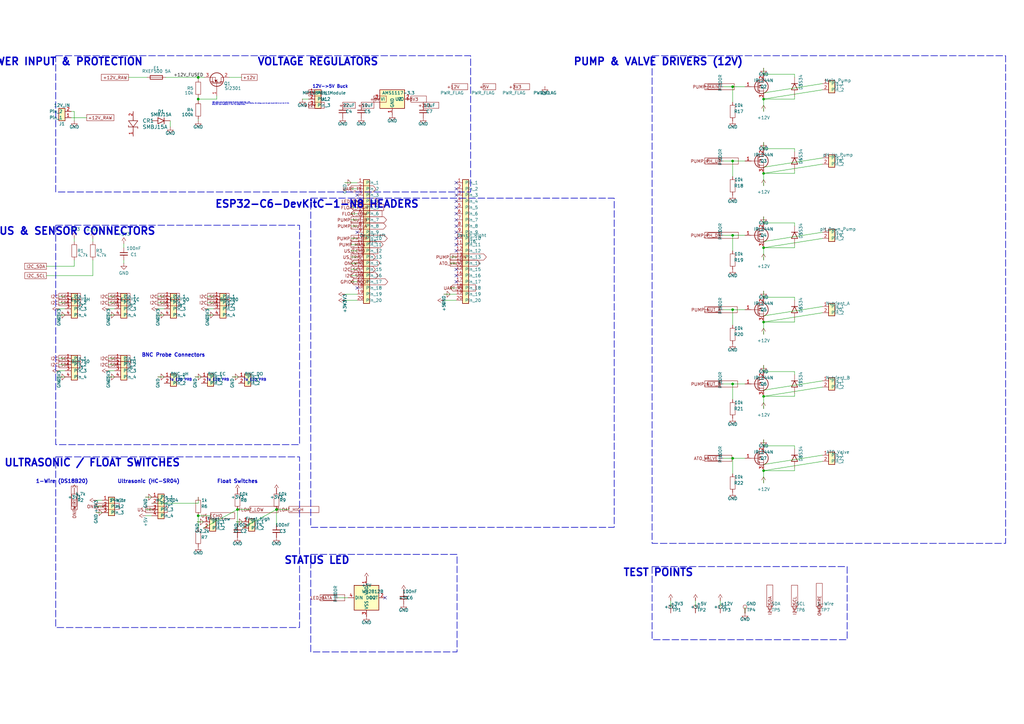
<source format=kicad_sch>
(kicad_sch (version 20250114) (generator "eeschema") (generator_version "9.0")
  (paper "A3")
  (rectangle (start 22.86 22.86) (end 193.04 78.74) (stroke (width 0.254) (type dash)))
  (rectangle (start 127.46 81.28) (end 251.92 216.28) (stroke (width 0.254) (type dash)))
  (rectangle (start 22.86 92.38) (end 122.86 182.38) (stroke (width 0.254) (type dash)))
  (rectangle (start 22.86 187.38) (end 122.86 257.38) (stroke (width 0.254) (type dash)))
  (rectangle (start 267.46 22.86) (end 412.46 222.86) (stroke (width 0.254) (type dash)))
  (rectangle (start 127.46 227.38) (end 187.46 267.38) (stroke (width 0.254) (type dash)))
  (rectangle (start 267.46 232.38) (end 347.46 262.38) (stroke (width 0.254) (type dash)))
  (text "POWER INPUT & PROTECTION" (at 25.4 25.4 0) (effects (font (size 3 3) (bold yes))))
  (text "VOLTAGE REGULATORS" (at 130.4 25.4 0) (effects (font (size 3 3) (bold yes))))
  (text "12V->5V Buck" (at 135.48 35.56 0) (effects (font (size 1.27 1.27) (bold yes))))
  (text "ESP32-C6-DevKitC-1-N8 HEADERS" (at 130 83.82 0) (effects (font (size 3 3) (bold yes))))
  (text "I2C BUS & SENSOR CONNECTORS" (at 25.4 94.92 0) (effects (font (size 3 3) (bold yes))))
  (text "BNC Probe Connectors" (at 71.12 145.72 0) (effects (font (size 1.5 1.5) (bold yes))))
  (text "To EZO PRB" (at 74.12 155.88 0) (effects (font (size 1 1) (bold yes))))
  (text "To EZO PRB" (at 89.36 155.88 0) (effects (font (size 1 1) (bold yes))))
  (text "To EZO PRB" (at 104.6 155.88 0) (effects (font (size 1 1) (bold yes))))
  (text "1-WIRE / ULTRASONIC / FLOAT SWITCHES" (at 25.4 189.92 0) (effects (font (size 3 3) (bold yes))))
  (text "1-Wire (DS18B20)" (at 25.4 197.54 0) (effects (font (size 1.5 1.5) (bold yes))))
  (text "Ultrasonic (HC-SR04)" (at 60.96 197.54 0) (effects (font (size 1.5 1.5) (bold yes))))
  (text "Float Switches" (at 97.4 197.54 0) (effects (font (size 1.5 1.5) (bold yes))))
  (text "PUMP & VALVE DRIVERS (12V)" (at 270 25.4 0) (effects (font (size 3 3) (bold yes))))
  (text "STATUS LED" (at 130 229.92 0) (effects (font (size 3 3) (bold yes))))
  (text "TEST POINTS" (at 270 234.92 0) (effects (font (size 3 3) (bold yes))))
  (text "100k weakly pulls the gate toward the source voltage (Vgs → 0V).\nThis means the FET defaults to OFF when unpowered or reverse-polarity. 10k strongly pulls the gate toward GND to turn the FET ON.\nBeing 10× lower resistance, it \"wins\" the voltage divider." (at 86.995 42.545 0) (effects (font (size 0.3048 0.3048) (thickness 0.0381)) (justify left)))
  (junction (at 81.28 31.75))
  (junction (at 81.28 211.51))
  (junction (at 97.4 208.97))
  (junction (at 113.4 208.97))
  (junction (at 300.48 35.56))
  (junction (at 313.18 40.64))
  (junction (at 300.48 66.04))
  (junction (at 313.18 71.12))
  (junction (at 300.48 96.52))
  (junction (at 313.18 101.6))
  (junction (at 300.48 127))
  (junction (at 313.18 132.08))
  (junction (at 300.48 157.48))
  (junction (at 313.18 162.56))
  (junction (at 300.48 187.96))
  (junction (at 313.18 193.04))
  (junction (at 81.28 40.64))
  (no_connect (at 146.51 118.11))
  (no_connect (at 146.51 95.25))
  (no_connect (at 146.51 80.01))
  (no_connect (at 187.15 115.57))
  (no_connect (at 187.15 113.03))
  (no_connect (at 187.15 110.49))
  (no_connect (at 187.15 102.87))
  (no_connect (at 187.15 100.33))
  (no_connect (at 187.15 97.79))
  (no_connect (at 187.15 95.25))
  (no_connect (at 187.15 92.71))
  (no_connect (at 187.15 90.17))
  (no_connect (at 187.15 87.63))
  (no_connect (at 187.15 85.09))
  (no_connect (at 187.15 82.55))
  (no_connect (at 187.15 80.01))
  (no_connect (at 187.15 77.47))
  (no_connect (at 187.15 74.93))
  (no_connect (at 157.94 245.16))
  (wire (pts (xy 99.06 31.75) (xy 93.98 31.75)))
  (wire (pts (xy 300.48 66.04) (xy 305.56 66.04)))
  (wire (pts (xy 52.705 31.75) (xy 60.325 31.75)))
  (wire (pts (xy 30.48 45.72) (xy 30.48 49.53)))
  (wire (pts (xy 29.21 48.26) (xy 35.56 48.26)))
  (wire (pts (xy 19.05 109.22) (xy 30.48 109.22)))
  (wire (pts (xy 88.9 39.37) (xy 88.9 40.64)))
  (wire (pts (xy 81.28 40.64) (xy 81.28 40.005)))
  (wire (pts (xy 50.8 106.68) (xy 50.8 107.95)))
  (wire (pts (xy 30.48 99.06) (xy 30.48 97.79)))
  (wire (pts (xy 300.48 127) (xy 305.56 127)))
  (wire (pts (xy 300.48 187.96) (xy 305.56 187.96)))
  (wire (pts (xy 38.1 97.79) (xy 38.1 99.06)))
  (wire (pts (xy 29.21 45.72) (xy 30.48 45.72)))
  (wire (pts (xy 69.85 49.53) (xy 69.85 52.07)))
  (wire (pts (xy 126.59 40.64) (xy 124.05 40.64)))
  (wire (pts (xy 146.51 123.19) (xy 141.43 123.19)))
  (wire (pts (xy 146.51 120.65) (xy 141.43 120.65)))
  (wire (pts (xy 146.51 115.57) (xy 143.97 115.57)))
  (wire (pts (xy 146.51 113.03) (xy 143.97 113.03)))
  (wire (pts (xy 146.51 110.49) (xy 143.97 110.49)))
  (wire (pts (xy 146.51 107.95) (xy 143.97 107.95)))
  (wire (pts (xy 146.51 105.41) (xy 143.97 105.41)))
  (wire (pts (xy 146.51 102.87) (xy 143.97 102.87)))
  (wire (pts (xy 146.51 100.33) (xy 143.97 100.33)))
  (wire (pts (xy 146.51 97.79) (xy 143.97 97.79)))
  (wire (pts (xy 146.51 92.71) (xy 143.97 92.71)))
  (wire (pts (xy 146.51 90.17) (xy 143.97 90.17)))
  (wire (pts (xy 146.51 87.63) (xy 143.97 87.63)))
  (wire (pts (xy 146.51 85.09) (xy 143.97 85.09)))
  (wire (pts (xy 146.51 82.55) (xy 143.97 82.55)))
  (wire (pts (xy 146.51 77.47) (xy 143.97 77.47)))
  (wire (pts (xy 146.51 74.93) (xy 141.43 74.93)))
  (wire (pts (xy 187.15 123.19) (xy 182.07 123.19)))
  (wire (pts (xy 187.15 120.65) (xy 182.07 120.65)))
  (wire (pts (xy 187.15 118.11) (xy 184.61 118.11)))
  (wire (pts (xy 187.15 107.95) (xy 184.61 107.95)))
  (wire (pts (xy 187.15 105.41) (xy 184.61 105.41)))
  (wire (pts (xy 26.67 129.21) (xy 24.13 129.21)))
  (wire (pts (xy 26.67 126.67) (xy 24.13 126.67)))
  (wire (pts (xy 26.67 124.13) (xy 24.13 124.13)))
  (wire (pts (xy 26.67 121.59) (xy 24.13 121.59)))
  (wire (pts (xy 46.99 129.21) (xy 44.45 129.21)))
  (wire (pts (xy 46.99 126.67) (xy 44.45 126.67)))
  (wire (pts (xy 46.99 124.13) (xy 44.45 124.13)))
  (wire (pts (xy 46.99 121.59) (xy 44.45 121.59)))
  (wire (pts (xy 67.31 129.21) (xy 64.77 129.21)))
  (wire (pts (xy 67.31 126.67) (xy 64.77 126.67)))
  (wire (pts (xy 67.31 124.13) (xy 64.77 124.13)))
  (wire (pts (xy 67.31 121.59) (xy 64.77 121.59)))
  (wire (pts (xy 87.63 129.21) (xy 85.09 129.21)))
  (wire (pts (xy 87.63 126.67) (xy 85.09 126.67)))
  (wire (pts (xy 87.63 124.13) (xy 85.09 124.13)))
  (wire (pts (xy 87.63 121.59) (xy 85.09 121.59)))
  (wire (pts (xy 26.67 154.61) (xy 24.13 154.61)))
  (wire (pts (xy 26.67 152.07) (xy 24.13 152.07)))
  (wire (pts (xy 26.67 149.53) (xy 24.13 149.53)))
  (wire (pts (xy 26.67 146.99) (xy 24.13 146.99)))
  (wire (pts (xy 46.99 154.61) (xy 44.45 154.61)))
  (wire (pts (xy 46.99 152.07) (xy 44.45 152.07)))
  (wire (pts (xy 46.99 149.53) (xy 44.45 149.53)))
  (wire (pts (xy 46.99 146.99) (xy 44.45 146.99)))
  (wire (pts (xy 67.31 154.61) (xy 64.77 154.61)))
  (wire (pts (xy 82.55 154.61) (xy 80.01 154.61)))
  (wire (pts (xy 97.79 154.61) (xy 95.25 154.61)))
  (wire (pts (xy 41.91 210.24) (xy 39.37 210.24)))
  (wire (pts (xy 41.91 207.7) (xy 39.37 207.7)))
  (wire (pts (xy 41.91 205.16) (xy 39.37 205.16)))
  (wire (pts (xy 62.23 211.51) (xy 59.69 211.51)))
  (wire (pts (xy 62.23 208.97) (xy 59.69 208.97)))
  (wire (pts (xy 62.23 206.43) (xy 81.28 206.43)))
  (wire (pts (xy 81.28 206.43) (xy 81.28 203.89)))
  (wire (pts (xy 81.28 211.51) (xy 81.28 216.59)))
  (wire (pts (xy 81.28 211.51) (xy 86.36 211.51)))
  (wire (pts (xy 62.23 203.89) (xy 59.69 203.89)))
  (wire (pts (xy 97.4 208.97) (xy 102.48 208.97)))
  (wire (pts (xy 97.4 208.97) (xy 97.4 215.32)))
  (wire (pts (xy 83.43 216.59) (xy 97.4 208.97)))
  (wire (pts (xy 83.43 214.05) (xy 80.89 214.05)))
  (wire (pts (xy 113.4 208.97) (xy 118.48 208.97)))
  (wire (pts (xy 113.4 208.97) (xy 113.4 215.32)))
  (wire (pts (xy 99.43 216.59) (xy 113.4 208.97)))
  (wire (pts (xy 99.43 214.05) (xy 96.89 214.05)))
  (wire (pts (xy 296.67 35.56) (xy 300.48 35.56)))
  (wire (pts (xy 300.48 41.91) (xy 300.48 35.56)))
  (wire (pts (xy 313.18 40.64) (xy 325.88 40.64)))
  (wire (pts (xy 325.88 40.64) (xy 325.88 39.37)))
  (wire (pts (xy 325.88 31.75) (xy 325.88 30.48)))
  (wire (pts (xy 313.18 30.48) (xy 325.88 30.48)))
  (wire (pts (xy 313.18 40.64) (xy 313.18 45.72)))
  (wire (pts (xy 313.18 30.48) (xy 313.18 27.94)))
  (wire (pts (xy 337.31 36.83) (xy 313.18 40.64)))
  (wire (pts (xy 337.31 34.29) (xy 313.18 38.1)))
  (wire (pts (xy 296.67 66.04) (xy 300.48 66.04)))
  (wire (pts (xy 300.48 72.39) (xy 300.48 66.04)))
  (wire (pts (xy 313.18 71.12) (xy 325.88 71.12)))
  (wire (pts (xy 325.88 71.12) (xy 325.88 69.85)))
  (wire (pts (xy 325.88 62.23) (xy 325.88 60.96)))
  (wire (pts (xy 313.18 60.96) (xy 325.88 60.96)))
  (wire (pts (xy 313.18 71.12) (xy 313.18 76.2)))
  (wire (pts (xy 313.18 60.96) (xy 313.18 58.42)))
  (wire (pts (xy 337.31 67.31) (xy 313.18 71.12)))
  (wire (pts (xy 337.31 64.77) (xy 313.18 68.58)))
  (wire (pts (xy 296.67 96.52) (xy 300.48 96.52)))
  (wire (pts (xy 300.48 102.87) (xy 300.48 96.52)))
  (wire (pts (xy 313.18 101.6) (xy 325.88 101.6)))
  (wire (pts (xy 325.88 101.6) (xy 325.88 100.33)))
  (wire (pts (xy 325.88 92.71) (xy 325.88 91.44)))
  (wire (pts (xy 313.18 91.44) (xy 325.88 91.44)))
  (wire (pts (xy 313.18 101.6) (xy 313.18 106.68)))
  (wire (pts (xy 313.18 91.44) (xy 313.18 88.9)))
  (wire (pts (xy 337.31 97.79) (xy 313.18 101.6)))
  (wire (pts (xy 337.31 95.25) (xy 313.18 99.06)))
  (wire (pts (xy 296.67 127) (xy 300.48 127)))
  (wire (pts (xy 300.48 133.35) (xy 300.48 127)))
  (wire (pts (xy 313.18 132.08) (xy 325.88 132.08)))
  (wire (pts (xy 325.88 132.08) (xy 325.88 130.81)))
  (wire (pts (xy 325.88 123.19) (xy 325.88 121.92)))
  (wire (pts (xy 313.18 121.92) (xy 325.88 121.92)))
  (wire (pts (xy 313.18 132.08) (xy 313.18 137.16)))
  (wire (pts (xy 313.18 121.92) (xy 313.18 119.38)))
  (wire (pts (xy 337.31 128.27) (xy 313.18 132.08)))
  (wire (pts (xy 337.31 125.73) (xy 313.18 129.54)))
  (wire (pts (xy 296.67 157.48) (xy 300.48 157.48)))
  (wire (pts (xy 300.48 163.83) (xy 300.48 157.48)))
  (wire (pts (xy 313.18 162.56) (xy 325.88 162.56)))
  (wire (pts (xy 325.88 162.56) (xy 325.88 161.29)))
  (wire (pts (xy 325.88 153.67) (xy 325.88 152.4)))
  (wire (pts (xy 313.18 152.4) (xy 325.88 152.4)))
  (wire (pts (xy 313.18 162.56) (xy 313.18 167.64)))
  (wire (pts (xy 313.18 152.4) (xy 313.18 149.86)))
  (wire (pts (xy 337.31 158.75) (xy 313.18 162.56)))
  (wire (pts (xy 337.31 156.21) (xy 313.18 160.02)))
  (wire (pts (xy 296.67 187.96) (xy 300.48 187.96)))
  (wire (pts (xy 300.48 194.31) (xy 300.48 187.96)))
  (wire (pts (xy 313.18 193.04) (xy 325.88 193.04)))
  (wire (pts (xy 325.88 193.04) (xy 325.88 191.77)))
  (wire (pts (xy 325.88 184.15) (xy 325.88 182.88)))
  (wire (pts (xy 313.18 182.88) (xy 325.88 182.88)))
  (wire (pts (xy 313.18 193.04) (xy 313.18 198.12)))
  (wire (pts (xy 313.18 182.88) (xy 313.18 180.34)))
  (wire (pts (xy 337.31 189.23) (xy 313.18 193.04)))
  (wire (pts (xy 337.31 186.69) (xy 313.18 190.5)))
  (wire (pts (xy 138.89 245.16) (xy 142.7 245.16)))
  (wire (pts (xy 275.08 248.89) (xy 275.08 246.35)))
  (wire (pts (xy 285.24 248.89) (xy 285.24 246.35)))
  (wire (pts (xy 295.4 248.89) (xy 295.4 246.35)))
  (wire (pts (xy 305.56 248.89) (xy 305.56 251.43)))
  (wire (pts (xy 81.28 31.75) (xy 81.28 32.385)))
  (wire (pts (xy 19.05 113.03) (xy 38.1 113.03)))
  (wire (pts (xy 300.48 35.56) (xy 305.56 35.56)))
  (wire (pts (xy 38.1 113.03) (xy 38.1 106.68)))
  (wire (pts (xy 81.28 31.75) (xy 83.82 31.75)))
  (wire (pts (xy 81.28 48.895) (xy 81.28 49.53)))
  (wire (pts (xy 30.48 106.68) (xy 30.48 109.22)))
  (wire (pts (xy 67.945 31.75) (xy 81.28 31.75)))
  (wire (pts (xy 300.48 157.48) (xy 305.56 157.48)))
  (wire (pts (xy 81.28 40.64) (xy 81.28 41.275)))
  (wire (pts (xy 88.9 40.64) (xy 81.28 40.64)))
  (wire (pts (xy 300.48 96.52) (xy 305.56 96.52)))
  (wire (pts (xy 50.8 101.6) (xy 50.8 100)))
  (label "+12V_FUSED" (at 71.12 31.75 0))
  (global_label "+12V_RAW" (shape passive) (at 35.56 48.26 0) (property "Intersheetrefs" "${INTERSHEET_REFS}" (effects (hide yes))))
  (global_label "+12V_RAW" (shape passive) (at 52.705 31.75 180) (property "Intersheetrefs" "${INTERSHEET_REFS}" (effects (hide yes))))
  (global_label "+12V" (shape passive) (at 99.06 31.75 0) (property "Intersheetrefs" "${INTERSHEET_REFS}" (effects (hide yes))))
  (global_label "+12V" (shape passive) (at 126.59 43.18 0) (property "Intersheetrefs" "${INTERSHEET_REFS}" (effects (hide yes))))
  (global_label "+5V" (shape passive) (at 126.59 38.1 0) (property "Intersheetrefs" "${INTERSHEET_REFS}" (effects (hide yes))))
  (global_label "+5V" (shape passive) (at 140.56 43.18 0) (property "Intersheetrefs" "${INTERSHEET_REFS}" (effects (hide yes))))
  (global_label "+5V" (shape passive) (at 153.26 40.64 0) (property "Intersheetrefs" "${INTERSHEET_REFS}" (effects (hide yes))))
  (global_label "+3V3" (shape passive) (at 168.5 40.64 0) (property "Intersheetrefs" "${INTERSHEET_REFS}" (effects (hide yes))))
  (global_label "+5V" (shape passive) (at 148.18 43.18 0) (property "Intersheetrefs" "${INTERSHEET_REFS}" (effects (hide yes))))
  (global_label "+3V3" (shape passive) (at 173.58 43.18 0) (property "Intersheetrefs" "${INTERSHEET_REFS}" (effects (hide yes))))
  (global_label "+12V" (shape passive) (at 185.4 35.56 0) (property "Intersheetrefs" "${INTERSHEET_REFS}" (effects (hide yes))))
  (global_label "+5V" (shape passive) (at 198.1 35.56 0) (property "Intersheetrefs" "${INTERSHEET_REFS}" (effects (hide yes))))
  (global_label "+3V3" (shape passive) (at 210.8 35.56 0) (property "Intersheetrefs" "${INTERSHEET_REFS}" (effects (hide yes))))
  (global_label "GPIO0_BOOT" (shape bidirectional) (at 143.97 115.57 0) (property "Intersheetrefs" "${INTERSHEET_REFS}" (effects (hide yes))))
  (global_label "I2C_SDA" (shape bidirectional) (at 143.97 113.03 0) (property "Intersheetrefs" "${INTERSHEET_REFS}" (effects (hide yes))))
  (global_label "I2C_SCL" (shape output) (at 143.97 110.49 0) (property "Intersheetrefs" "${INTERSHEET_REFS}" (effects (hide yes))))
  (global_label "ONEWIRE" (shape bidirectional) (at 143.97 107.95 0) (property "Intersheetrefs" "${INTERSHEET_REFS}" (effects (hide yes))))
  (global_label "US_TRIG" (shape output) (at 143.97 105.41 0) (property "Intersheetrefs" "${INTERSHEET_REFS}" (effects (hide yes))))
  (global_label "US_ECHO" (shape input) (at 143.97 102.87 0) (property "Intersheetrefs" "${INTERSHEET_REFS}" (effects (hide yes))))
  (global_label "PUMP_MAIN" (shape output) (at 143.97 100.33 0) (property "Intersheetrefs" "${INTERSHEET_REFS}" (effects (hide yes))))
  (global_label "PUMP_PH_UP" (shape output) (at 143.97 97.79 0) (property "Intersheetrefs" "${INTERSHEET_REFS}" (effects (hide yes))))
  (global_label "PUMP_NUT_A" (shape output) (at 143.97 92.71 0) (property "Intersheetrefs" "${INTERSHEET_REFS}" (effects (hide yes))))
  (global_label "PUMP_NUT_B" (shape output) (at 143.97 90.17 0) (property "Intersheetrefs" "${INTERSHEET_REFS}" (effects (hide yes))))
  (global_label "FLOAT_LOW" (shape input) (at 143.97 87.63 0) (property "Intersheetrefs" "${INTERSHEET_REFS}" (effects (hide yes))))
  (global_label "FLOAT_HIGH" (shape input) (at 143.97 85.09 0) (property "Intersheetrefs" "${INTERSHEET_REFS}" (effects (hide yes))))
  (global_label "LED_DATA" (shape output) (at 143.97 82.55 0) (property "Intersheetrefs" "${INTERSHEET_REFS}" (effects (hide yes))))
  (global_label "UART_TX" (shape output) (at 143.97 77.47 0) (property "Intersheetrefs" "${INTERSHEET_REFS}" (effects (hide yes))))
  (global_label "UART_RX" (shape input) (at 184.61 118.11 0) (property "Intersheetrefs" "${INTERSHEET_REFS}" (effects (hide yes))))
  (global_label "ATO_VALVE" (shape output) (at 184.61 107.95 0) (property "Intersheetrefs" "${INTERSHEET_REFS}" (effects (hide yes))))
  (global_label "PUMP_PH_DN" (shape output) (at 184.61 105.41 0) (property "Intersheetrefs" "${INTERSHEET_REFS}" (effects (hide yes))))
  (global_label "I2C_SDA" (shape passive) (at 19.05 109.22 180) (property "Intersheetrefs" "${INTERSHEET_REFS}" (effects (hide yes))))
  (global_label "I2C_SCL" (shape passive) (at 19.05 113.03 180) (property "Intersheetrefs" "${INTERSHEET_REFS}" (effects (hide yes))))
  (global_label "I2C_SDA" (shape passive) (at 24.13 124.13 0) (property "Intersheetrefs" "${INTERSHEET_REFS}" (effects (hide yes))))
  (global_label "I2C_SCL" (shape passive) (at 24.13 121.59 0) (property "Intersheetrefs" "${INTERSHEET_REFS}" (effects (hide yes))))
  (global_label "I2C_SDA" (shape passive) (at 44.45 124.13 0) (property "Intersheetrefs" "${INTERSHEET_REFS}" (effects (hide yes))))
  (global_label "I2C_SCL" (shape passive) (at 44.45 121.59 0) (property "Intersheetrefs" "${INTERSHEET_REFS}" (effects (hide yes))))
  (global_label "I2C_SDA" (shape passive) (at 64.77 124.13 0) (property "Intersheetrefs" "${INTERSHEET_REFS}" (effects (hide yes))))
  (global_label "I2C_SCL" (shape passive) (at 64.77 121.59 0) (property "Intersheetrefs" "${INTERSHEET_REFS}" (effects (hide yes))))
  (global_label "I2C_SDA" (shape passive) (at 85.09 124.13 0) (property "Intersheetrefs" "${INTERSHEET_REFS}" (effects (hide yes))))
  (global_label "I2C_SCL" (shape passive) (at 85.09 121.59 0) (property "Intersheetrefs" "${INTERSHEET_REFS}" (effects (hide yes))))
  (global_label "I2C_SDA" (shape passive) (at 24.13 149.53 0) (property "Intersheetrefs" "${INTERSHEET_REFS}" (effects (hide yes))))
  (global_label "I2C_SCL" (shape passive) (at 24.13 146.99 0) (property "Intersheetrefs" "${INTERSHEET_REFS}" (effects (hide yes))))
  (global_label "I2C_SDA" (shape passive) (at 44.45 149.53 0) (property "Intersheetrefs" "${INTERSHEET_REFS}" (effects (hide yes))))
  (global_label "I2C_SCL" (shape passive) (at 44.45 146.99 0) (property "Intersheetrefs" "${INTERSHEET_REFS}" (effects (hide yes))))
  (global_label "ONEWIRE" (shape passive) (at 30.48 208.97 90) (property "Intersheetrefs" "${INTERSHEET_REFS}" (effects (hide yes))))
  (global_label "ONEWIRE" (shape passive) (at 39.37 207.7 0) (property "Intersheetrefs" "${INTERSHEET_REFS}" (effects (hide yes))))
  (global_label "US_TRIG" (shape passive) (at 59.69 208.97 0) (property "Intersheetrefs" "${INTERSHEET_REFS}" (effects (hide yes))))
  (global_label "US_ECHO" (shape passive) (at 86.36 211.51 0) (property "Intersheetrefs" "${INTERSHEET_REFS}" (effects (hide yes))))
  (global_label "FLOAT_LOW" (shape passive) (at 102.48 208.97 0) (property "Intersheetrefs" "${INTERSHEET_REFS}" (effects (hide yes))))
  (global_label "FLOAT_HIGH" (shape passive) (at 118.48 208.97 0) (property "Intersheetrefs" "${INTERSHEET_REFS}" (effects (hide yes))))
  (global_label "PUMP_MAIN" (shape passive) (at 289.05 35.56 0) (property "Intersheetrefs" "${INTERSHEET_REFS}" (effects (hide yes))))
  (global_label "PUMP_PH_UP" (shape passive) (at 289.05 66.04 0) (property "Intersheetrefs" "${INTERSHEET_REFS}" (effects (hide yes))))
  (global_label "PUMP_PH_DN" (shape passive) (at 289.05 96.52 0) (property "Intersheetrefs" "${INTERSHEET_REFS}" (effects (hide yes))))
  (global_label "PUMP_NUT_A" (shape passive) (at 289.05 127 0) (property "Intersheetrefs" "${INTERSHEET_REFS}" (effects (hide yes))))
  (global_label "PUMP_NUT_B" (shape passive) (at 289.05 157.48 0) (property "Intersheetrefs" "${INTERSHEET_REFS}" (effects (hide yes))))
  (global_label "ATO_VALVE" (shape passive) (at 289.05 187.96 0) (property "Intersheetrefs" "${INTERSHEET_REFS}" (effects (hide yes))))
  (global_label "LED_DATA" (shape passive) (at 131.27 245.16 0) (property "Intersheetrefs" "${INTERSHEET_REFS}" (effects (hide yes))))
  (global_label "I2C_SDA" (shape passive) (at 315.72 248.89 90) (property "Intersheetrefs" "${INTERSHEET_REFS}" (effects (hide yes))))
  (global_label "I2C_SCL" (shape passive) (at 325.88 248.89 90) (property "Intersheetrefs" "${INTERSHEET_REFS}" (effects (hide yes))))
  (global_label "ONEWIRE" (shape passive) (at 336.04 248.89 90) (property "Intersheetrefs" "${INTERSHEET_REFS}" (effects (hide yes))))
  (symbol (lib_id "Connector:Conn_01x02_Pin") (at 25.4 46.99 180) (unit 1)
    (property "Reference" "J1" (at 25.4 50.8 0))
    (property "Value" "12V_IN" (at 25.4 43.18 0))
    (property "Footprint" "Connector_Phoenix_MSTB:PhoenixContact_MSTBA_2,5_2-G-5,08_1x02_P5.08mm_Horizontal" (effects (hide yes)))
  )
  (symbol (lib_id "power:GND") (at 30.48 49.53 0) (unit 1)
    (property "Reference" "#PWR01" (effects (hide yes)))
    (property "Value" "GND" (at 30.48 52.07 0))
  )
  (symbol (lib_id "Device:Fuse") (at 64.135 31.75 90) (unit 1)
    (property "Reference" "F1" (at 64.135 27.94 90))
    (property "Value" "RXEF500 5A" (at 64.135 29.21 90))
    (property "Footprint" "Fuse:Fuse_1812_4532Metric" (effects (hide yes)))
  )
  (symbol (lib_id "Device:D_TVS") (at 66.04 49.53 0) (unit 1)
    (property "Reference" "D1" (at 66.04 45.72 0))
    (property "Value" "SMBJ15A" (at 66.04 46.99 0))
    (property "Footprint" "Diode_SMD:D_SMB_Handsoldering" (effects (hide yes)))
  )
  (symbol (lib_id "power:GND") (at 69.85 52.07 0) (unit 1)
    (property "Reference" "#PWR022" (effects (hide yes)))
    (property "Value" "GND" (at 69.85 54.61 0))
  )
  (symbol (lib_id "Device:Q_PMOS_GSD") (at 88.9 34.29 90) (unit 1)
    (property "Reference" "Q1" (at 94.615 34.29 90) (effects (justify left)))
    (property "Value" "SI2301" (at 92.075 36.195 90) (effects (justify right)))
    (property "Footprint" "Package_TO_SOT_SMD:SOT-23" (effects (hide yes)))
  )
  (symbol (lib_id "Device:R") (at 81.28 36.195 0) (unit 1)
    (property "Reference" "R5" (at 79.375 36.195 0) (effects (justify right)))
    (property "Value" "10k" (at 79.375 38.1 0) (effects (justify right)))
    (property "Footprint" "Resistor_SMD:R_0805_2012Metric" (effects (hide yes)))
  )
  (symbol (lib_id "Device:R") (at 81.28 45.085 0) (unit 1)
    (property "Reference" "R4" (at 79.375 45.085 0) (effects (justify right)))
    (property "Value" "100k" (at 79.375 46.99 0) (effects (justify right)))
    (property "Footprint" "Resistor_SMD:R_0805_2012Metric" (effects (hide yes)))
  )
  (symbol (lib_id "power:GND") (at 81.28 49.53 0) (unit 1)
    (property "Reference" "#PWR023" (effects (hide yes)))
    (property "Value" "GND" (at 81.28 52.07 0))
  )
  (symbol (lib_id "Connector:Conn_01x03_Pin") (at 130.4 40.64 0) (unit 1)
    (property "Reference" "U1" (at 132.94 40.64 0))
    (property "Value" "MP1584EN Module" (at 132.94 38.1 0))
  )
  (symbol (lib_id "power:GND") (at 124.05 40.64 0) (unit 1)
    (property "Reference" "#PWR035" (effects (hide yes)))
    (property "Value" "GND" (at 124.05 43.18 0))
  )
  (symbol (lib_id "Device:C") (at 140.56 45.72 0) (unit 1)
    (property "Reference" "C4" (at 143.1 45.72 0))
    (property "Value" "22uF" (at 143.1 43.18 0))
    (property "Footprint" "Capacitor_SMD:C_0805_2012Metric" (effects (hide yes)))
  )
  (symbol (lib_id "power:GND") (at 140.56 48.26 0) (unit 1)
    (property "Reference" "#PWR036" (effects (hide yes)))
    (property "Value" "GND" (at 140.56 50.8 0))
  )
  (symbol (lib_id "Regulator_Linear:AMS1117-3.3") (at 160.88 40.64 0) (unit 1)
    (property "Reference" "U2" (at 163.42 40.64 0))
    (property "Value" "AMS1117-3.3" (at 163.42 38.1 0))
    (property "Footprint" "Package_TO_SOT_SMD:SOT-223-3_TabPin2" (effects (hide yes)))
  )
  (symbol (lib_id "power:GND") (at 160.88 46.99 0) (unit 1)
    (property "Reference" "#PWR043" (effects (hide yes)))
    (property "Value" "GND" (at 160.88 49.53 0))
  )
  (symbol (lib_id "Device:C") (at 148.18 45.72 0) (unit 1)
    (property "Reference" "C5" (at 150.72 45.72 0))
    (property "Value" "10uF" (at 150.72 43.18 0))
    (property "Footprint" "Capacitor_SMD:C_0805_2012Metric" (effects (hide yes)))
  )
  (symbol (lib_id "power:GND") (at 148.18 48.26 0) (unit 1)
    (property "Reference" "#PWR040" (effects (hide yes)))
    (property "Value" "GND" (at 148.18 50.8 0))
  )
  (symbol (lib_id "Device:C") (at 173.58 45.72 0) (unit 1)
    (property "Reference" "C7" (at 176.12 45.72 0))
    (property "Value" "10uF" (at 176.12 43.18 0))
    (property "Footprint" "Capacitor_SMD:C_0805_2012Metric" (effects (hide yes)))
  )
  (symbol (lib_id "power:GND") (at 173.58 48.26 0) (unit 1)
    (property "Reference" "#PWR046" (effects (hide yes)))
    (property "Value" "GND" (at 173.58 50.8 0))
  )
  (symbol (lib_id "power:PWR_FLAG") (at 185.4 35.56 0) (unit 1)
    (property "Reference" "#FLG01" (effects (hide yes)))
    (property "Value" "PWR_FLAG" (at 185.4 38.1 0))
  )
  (symbol (lib_id "power:PWR_FLAG") (at 198.1 35.56 0) (unit 1)
    (property "Reference" "#FLG02" (effects (hide yes)))
    (property "Value" "PWR_FLAG" (at 198.1 38.1 0))
  )
  (symbol (lib_id "power:PWR_FLAG") (at 210.8 35.56 0) (unit 1)
    (property "Reference" "#FLG03" (effects (hide yes)))
    (property "Value" "PWR_FLAG" (at 210.8 38.1 0))
  )
  (symbol (lib_id "power:PWR_FLAG") (at 223.5 35.56 0) (unit 1)
    (property "Reference" "#FLG04" (effects (hide yes)))
    (property "Value" "PWR_FLAG" (at 223.5 38.1 0))
  )
  (symbol (lib_id "power:GND") (at 223.5 35.56 0) (unit 1)
    (property "Reference" "#PWR049" (effects (hide yes)))
    (property "Value" "GND" (at 223.5 38.1 0))
  )
  (symbol (lib_id "Connector:Conn_01x20_Pin") (at 150.32 99.06 0) (unit 1)
    (property "Reference" "J15" (at 152.86 99.06 0))
    (property "Value" "DevKit_Left" (at 152.86 96.52 0))
    (property "Footprint" "Connector_PinHeader_2.54mm:PinHeader_1x20_P2.54mm_Vertical" (effects (hide yes)))
  )
  (symbol (lib_id "power:+3V3") (at 141.43 123.19 90) (unit 1)
    (property "Reference" "#PWR039" (effects (hide yes)))
    (property "Value" "+3V3" (at 141.43 125.73 0))
  )
  (symbol (lib_id "power:+3V3") (at 141.43 120.65 90) (unit 1)
    (property "Reference" "#PWR038" (effects (hide yes)))
    (property "Value" "+3V3" (at 141.43 123.19 0))
  )
  (symbol (lib_id "power:GND") (at 141.43 74.93 90) (unit 1)
    (property "Reference" "#PWR037" (effects (hide yes)))
    (property "Value" "GND" (at 141.43 77.47 0))
  )
  (symbol (lib_id "Connector:Conn_01x20_Pin") (at 190.96 99.06 0) (unit 1)
    (property "Reference" "J16" (at 193.5 99.06 0))
    (property "Value" "DevKit_Right" (at 193.5 96.52 0))
    (property "Footprint" "Connector_PinHeader_2.54mm:PinHeader_1x20_P2.54mm_Vertical" (effects (hide yes)))
  )
  (symbol (lib_id "power:+5V") (at 182.07 123.19 90) (unit 1)
    (property "Reference" "#PWR048" (effects (hide yes)))
    (property "Value" "+5V" (at 182.07 125.73 0))
  )
  (symbol (lib_id "power:GND") (at 182.07 120.65 90) (unit 1)
    (property "Reference" "#PWR047" (effects (hide yes)))
    (property "Value" "GND" (at 182.07 123.19 0))
  )
  (symbol (lib_id "Device:R") (at 30.48 102.87 0) (unit 1)
    (property "Reference" "R1" (at 33.02 102.87 0))
    (property "Value" "4.7k" (at 34.036 104.648 0))
    (property "Footprint" "Resistor_SMD:R_0805_2012Metric" (effects (hide yes)))
  )
  (symbol (lib_id "power:+3V3") (at 30.48 97.79 0) (unit 1)
    (property "Reference" "#PWR06" (effects (hide yes)))
    (property "Value" "+3V3" (at 30.226 93.98 0))
  )
  (symbol (lib_id "Device:R") (at 38.1 102.87 0) (unit 1)
    (property "Reference" "R3" (at 40.64 102.87 0))
    (property "Value" "4.7k" (at 41.656 104.648 0))
    (property "Footprint" "Resistor_SMD:R_0805_2012Metric" (effects (hide yes)))
  )
  (symbol (lib_id "power:+3V3") (at 38.1 97.79 0) (unit 1)
    (property "Reference" "#PWR08" (effects (hide yes)))
    (property "Value" "+3V3" (at 37.846 94.234 0))
  )
  (symbol (lib_id "Device:C") (at 50.8 104.14 0) (unit 1)
    (property "Reference" "C1" (at 54.864 104.394 0))
    (property "Value" "100nF" (at 54.864 101.854 0))
    (property "Footprint" "Capacitor_SMD:C_0805_2012Metric" (effects (hide yes)))
  )
  (symbol (lib_id "power:+3V3") (at 50.8 100 0) (unit 1)
    (property "Reference" "#PWR015" (effects (hide yes)))
    (property "Value" "+3V3" (at 50.8 96.012 0))
  )
  (symbol (lib_id "power:GND") (at 50.8 107.95 0) (unit 1)
    (property "Reference" "#PWR016" (effects (hide yes)))
    (property "Value" "GND" (at 50.8 112.014 0))
  )
  (symbol (lib_id "Connector:Conn_01x04_Pin") (at 30.48 125.4 0) (unit 1)
    (property "Reference" "J2" (at 33.02 125.4 0))
    (property "Value" "EZO-pH" (at 33.02 122.86 0))
    (property "Footprint" "Connector_JST:JST_PH_B4B-PH-K_1x04_P2.00mm_Vertical" (effects (hide yes)))
  )
  (symbol (lib_id "power:GND") (at 24.13 129.21 90) (unit 1)
    (property "Reference" "#PWR03" (effects (hide yes)))
    (property "Value" "GND" (at 24.13 131.75 0))
  )
  (symbol (lib_id "power:+3V3") (at 24.13 126.67 90) (unit 1)
    (property "Reference" "#PWR02" (effects (hide yes)))
    (property "Value" "+3V3" (at 24.13 129.21 0))
  )
  (symbol (lib_id "Connector:Conn_01x04_Pin") (at 50.8 125.4 0) (unit 1)
    (property "Reference" "J5" (at 53.34 125.4 0))
    (property "Value" "EZO-EC" (at 53.34 122.86 0))
    (property "Footprint" "Connector_JST:JST_PH_B4B-PH-K_1x04_P2.00mm_Vertical" (effects (hide yes)))
  )
  (symbol (lib_id "power:GND") (at 44.45 129.21 90) (unit 1)
    (property "Reference" "#PWR012" (effects (hide yes)))
    (property "Value" "GND" (at 44.45 131.75 0))
  )
  (symbol (lib_id "power:+3V3") (at 44.45 126.67 90) (unit 1)
    (property "Reference" "#PWR011" (effects (hide yes)))
    (property "Value" "+3V3" (at 44.45 129.21 0))
  )
  (symbol (lib_id "Connector:Conn_01x04_Pin") (at 71.12 125.4 0) (unit 1)
    (property "Reference" "J8" (at 73.66 125.4 0))
    (property "Value" "EZO-DO" (at 73.66 122.86 0))
    (property "Footprint" "Connector_JST:JST_PH_B4B-PH-K_1x04_P2.00mm_Vertical" (effects (hide yes)))
  )
  (symbol (lib_id "power:GND") (at 64.77 129.21 90) (unit 1)
    (property "Reference" "#PWR020" (effects (hide yes)))
    (property "Value" "GND" (at 64.77 131.75 0))
  )
  (symbol (lib_id "power:+3V3") (at 64.77 126.67 90) (unit 1)
    (property "Reference" "#PWR019" (effects (hide yes)))
    (property "Value" "+3V3" (at 64.77 129.21 0))
  )
  (symbol (lib_id "Connector:Conn_01x04_Pin") (at 91.44 125.4 0) (unit 1)
    (property "Reference" "J12" (at 93.98 125.4 0))
    (property "Value" "BME280" (at 93.98 122.86 0))
    (property "Footprint" "Connector_JST:JST_PH_B4B-PH-K_1x04_P2.00mm_Vertical" (effects (hide yes)))
  )
  (symbol (lib_id "power:GND") (at 85.09 129.21 90) (unit 1)
    (property "Reference" "#PWR028" (effects (hide yes)))
    (property "Value" "GND" (at 85.09 131.75 0))
  )
  (symbol (lib_id "power:+3V3") (at 85.09 126.67 90) (unit 1)
    (property "Reference" "#PWR027" (effects (hide yes)))
    (property "Value" "+3V3" (at 85.09 129.21 0))
  )
  (symbol (lib_id "Connector:Conn_01x04_Pin") (at 30.48 150.8 0) (unit 1)
    (property "Reference" "J3" (at 33.02 150.8 0))
    (property "Value" "BH1750" (at 33.02 148.26 0))
    (property "Footprint" "Connector_JST:JST_PH_B4B-PH-K_1x04_P2.00mm_Vertical" (effects (hide yes)))
  )
  (symbol (lib_id "power:GND") (at 24.13 154.61 90) (unit 1)
    (property "Reference" "#PWR05" (effects (hide yes)))
    (property "Value" "GND" (at 24.13 157.15 0))
  )
  (symbol (lib_id "power:+3V3") (at 24.13 152.07 90) (unit 1)
    (property "Reference" "#PWR04" (effects (hide yes)))
    (property "Value" "+3V3" (at 24.13 154.61 0))
  )
  (symbol (lib_id "Connector:Conn_01x04_Pin") (at 50.8 150.8 0) (unit 1)
    (property "Reference" "J6" (at 53.34 150.8 0))
    (property "Value" "OLED" (at 53.34 148.26 0))
    (property "Footprint" "Connector_JST:JST_PH_B4B-PH-K_1x04_P2.00mm_Vertical" (effects (hide yes)))
  )
  (symbol (lib_id "power:GND") (at 44.45 154.61 90) (unit 1)
    (property "Reference" "#PWR014" (effects (hide yes)))
    (property "Value" "GND" (at 44.45 157.15 0))
  )
  (symbol (lib_id "power:+3V3") (at 44.45 152.07 90) (unit 1)
    (property "Reference" "#PWR013" (effects (hide yes)))
    (property "Value" "+3V3" (at 44.45 154.61 0))
  )
  (symbol (lib_id "Connector:Conn_01x02_Pin") (at 71.12 155.88 0) (unit 1)
    (property "Reference" "J9" (at 73.66 155.88 0))
    (property "Value" "BNC_pH" (at 73.66 153.34 0))
    (property "Footprint" "Connector:BNC_TEConnectivity_1478204_Vertical" (effects (hide yes)))
  )
  (symbol (lib_id "power:GND") (at 64.77 154.61 90) (unit 1)
    (property "Reference" "#PWR021" (effects (hide yes)))
    (property "Value" "GND" (at 64.77 157.15 0))
  )
  (symbol (lib_id "Connector:Conn_01x02_Pin") (at 86.36 155.88 0) (unit 1)
    (property "Reference" "J10" (at 88.9 155.88 0))
    (property "Value" "BNC_EC" (at 88.9 153.34 0))
    (property "Footprint" "Connector:BNC_TEConnectivity_1478204_Vertical" (effects (hide yes)))
  )
  (symbol (lib_id "power:GND") (at 80.01 154.61 90) (unit 1)
    (property "Reference" "#PWR024" (effects (hide yes)))
    (property "Value" "GND" (at 80.01 157.15 0))
  )
  (symbol (lib_id "Connector:Conn_01x02_Pin") (at 101.6 155.88 0) (unit 1)
    (property "Reference" "J13" (at 104.14 155.88 0))
    (property "Value" "BNC_DO" (at 104.14 153.34 0))
    (property "Footprint" "Connector:BNC_TEConnectivity_1478204_Vertical" (effects (hide yes)))
  )
  (symbol (lib_id "power:GND") (at 95.25 154.61 90) (unit 1)
    (property "Reference" "#PWR029" (effects (hide yes)))
    (property "Value" "GND" (at 95.25 157.15 0))
  )
  (symbol (lib_id "Device:R") (at 30.48 205.16 0) (unit 1)
    (property "Reference" "R2" (at 33.02 205.16 0))
    (property "Value" "4.7k" (at 33.02 202.62 0))
    (property "Footprint" "Resistor_SMD:R_0805_2012Metric" (effects (hide yes)))
  )
  (symbol (lib_id "power:+3V3") (at 30.48 201.35 0) (unit 1)
    (property "Reference" "#PWR07" (effects (hide yes)))
    (property "Value" "+3V3" (at 30.48 203.89 0))
  )
  (symbol (lib_id "Connector:Conn_01x03_Pin") (at 45.72 207.7 0) (unit 1)
    (property "Reference" "J4" (at 48.26 207.7 0))
    (property "Value" "1-Wire" (at 48.26 205.16 0))
    (property "Footprint" "Connector_JST:JST_PH_B3B-PH-K_1x03_P2.00mm_Vertical" (effects (hide yes)))
  )
  (symbol (lib_id "power:GND") (at 39.37 210.24 90) (unit 1)
    (property "Reference" "#PWR010" (effects (hide yes)))
    (property "Value" "GND" (at 39.37 212.78 0))
  )
  (symbol (lib_id "power:+3V3") (at 39.37 205.16 90) (unit 1)
    (property "Reference" "#PWR09" (effects (hide yes)))
    (property "Value" "+3V3" (at 39.37 207.7 0))
  )
  (symbol (lib_id "Connector:Conn_01x04_Pin") (at 66.04 207.7 0) (unit 1)
    (property "Reference" "J7" (at 68.58 207.7 0))
    (property "Value" "HC-SR04" (at 68.58 205.16 0))
    (property "Footprint" "Connector_JST:JST_XH_B4B-XH-A_1x04_P2.50mm_Vertical" (effects (hide yes)))
  )
  (symbol (lib_id "power:+5V") (at 59.69 211.51 90) (unit 1)
    (property "Reference" "#PWR018" (effects (hide yes)))
    (property "Value" "+5V" (at 59.69 214.05 0))
  )
  (symbol (lib_id "Device:R") (at 81.28 207.7 0) (unit 1)
    (property "Reference" "R6" (at 83.82 207.7 0))
    (property "Value" "1k" (at 83.82 205.16 0))
    (property "Footprint" "Resistor_SMD:R_0805_2012Metric" (effects (hide yes)))
  )
  (symbol (lib_id "Device:R") (at 81.28 220.4 0) (unit 1)
    (property "Reference" "R7" (at 83.82 220.4 0))
    (property "Value" "2.2k" (at 83.82 217.86 0))
    (property "Footprint" "Resistor_SMD:R_0805_2012Metric" (effects (hide yes)))
  )
  (symbol (lib_id "power:GND") (at 81.28 224.21 0) (unit 1)
    (property "Reference" "#PWR026" (effects (hide yes)))
    (property "Value" "GND" (at 81.28 226.75 0))
  )
  (symbol (lib_id "power:GND") (at 59.69 203.89 90) (unit 1)
    (property "Reference" "#PWR017" (effects (hide yes)))
    (property "Value" "GND" (at 59.69 206.43 0))
  )
  (symbol (lib_id "Device:R") (at 97.4 205.16 0) (unit 1)
    (property "Reference" "R8" (at 99.94 205.16 0))
    (property "Value" "10k" (at 99.94 202.62 0))
    (property "Footprint" "Resistor_SMD:R_0805_2012Metric" (effects (hide yes)))
  )
  (symbol (lib_id "power:+3V3") (at 97.4 201.35 0) (unit 1)
    (property "Reference" "#PWR031" (effects (hide yes)))
    (property "Value" "+3V3" (at 97.4 203.89 0))
  )
  (symbol (lib_id "Device:C") (at 97.4 217.86 0) (unit 1)
    (property "Reference" "C2" (at 99.94 217.86 0))
    (property "Value" "100nF" (at 99.94 215.32 0))
    (property "Footprint" "Capacitor_SMD:C_0805_2012Metric" (effects (hide yes)))
  )
  (symbol (lib_id "power:GND") (at 97.4 220.4 0) (unit 1)
    (property "Reference" "#PWR032" (effects (hide yes)))
    (property "Value" "GND" (at 97.4 222.94 0))
  )
  (symbol (lib_id "Connector:Conn_01x02_Pin") (at 87.24 215.32 0) (unit 1)
    (property "Reference" "J11" (at 89.78 215.32 0))
    (property "Value" "Float_Low" (at 89.78 212.78 0))
    (property "Footprint" "Connector_JST:JST_XH_B2B-XH-A_1x02_P2.50mm_Vertical" (effects (hide yes)))
  )
  (symbol (lib_id "power:GND") (at 80.89 214.05 90) (unit 1)
    (property "Reference" "#PWR025" (effects (hide yes)))
    (property "Value" "GND" (at 80.89 216.59 0))
  )
  (symbol (lib_id "Device:R") (at 113.4 205.16 0) (unit 1)
    (property "Reference" "R9" (at 115.94 205.16 0))
    (property "Value" "10k" (at 115.94 202.62 0))
    (property "Footprint" "Resistor_SMD:R_0805_2012Metric" (effects (hide yes)))
  )
  (symbol (lib_id "power:+3V3") (at 113.4 201.35 0) (unit 1)
    (property "Reference" "#PWR033" (effects (hide yes)))
    (property "Value" "+3V3" (at 113.4 203.89 0))
  )
  (symbol (lib_id "Device:C") (at 113.4 217.86 0) (unit 1)
    (property "Reference" "C3" (at 115.94 217.86 0))
    (property "Value" "100nF" (at 115.94 215.32 0))
    (property "Footprint" "Capacitor_SMD:C_0805_2012Metric" (effects (hide yes)))
  )
  (symbol (lib_id "power:GND") (at 113.4 220.4 0) (unit 1)
    (property "Reference" "#PWR034" (effects (hide yes)))
    (property "Value" "GND" (at 113.4 222.94 0))
  )
  (symbol (lib_id "Connector:Conn_01x02_Pin") (at 103.24 215.32 0) (unit 1)
    (property "Reference" "J14" (at 105.78 215.32 0))
    (property "Value" "Float_High" (at 105.78 212.78 0))
    (property "Footprint" "Connector_JST:JST_XH_B2B-XH-A_1x02_P2.50mm_Vertical" (effects (hide yes)))
  )
  (symbol (lib_id "power:GND") (at 96.89 214.05 90) (unit 1)
    (property "Reference" "#PWR030" (effects (hide yes)))
    (property "Value" "GND" (at 96.89 216.59 0))
  )
  (symbol (lib_id "Device:Q_NMOS_GDS") (at 310.64 35.56 0) (unit 1)
    (property "Reference" "Q2" (at 313.18 35.56 0))
    (property "Value" "IRLZ44N" (at 313.18 33.02 0))
    (property "Footprint" "Package_TO_SOT_THT:TO-220-3_Vertical" (effects (hide yes)))
  )
  (symbol (lib_id "Device:R") (at 292.86 35.56 90) (unit 1)
    (property "Reference" "R11" (at 295.4 35.56 0))
    (property "Value" "100R" (at 295.4 33.02 0))
    (property "Footprint" "Resistor_SMD:R_0805_2012Metric" (effects (hide yes)))
  )
  (symbol (lib_id "Device:R") (at 300.48 45.72 0) (unit 1)
    (property "Reference" "R17" (at 303.02 45.72 0))
    (property "Value" "10k" (at 303.02 43.18 0))
    (property "Footprint" "Resistor_SMD:R_0805_2012Metric" (effects (hide yes)))
  )
  (symbol (lib_id "power:GND") (at 300.48 49.53 0) (unit 1)
    (property "Reference" "#PWR053" (effects (hide yes)))
    (property "Value" "GND" (at 300.48 52.07 0))
  )
  (symbol (lib_id "Device:D_Schottky") (at 325.88 35.56 90) (unit 1)
    (property "Reference" "D3" (at 328.42 35.56 0))
    (property "Value" "SS34" (at 328.42 33.02 0))
    (property "Footprint" "Diode_SMD:D_SMA_Handsoldering" (effects (hide yes)))
  )
  (symbol (lib_id "power:+12V") (at 313.18 45.72 0) (unit 1)
    (property "Reference" "#PWR061" (effects (hide yes)))
    (property "Value" "+12V" (at 313.18 48.26 0))
  )
  (symbol (lib_id "power:GND") (at 313.18 27.94 0) (unit 1)
    (property "Reference" "#PWR060" (effects (hide yes)))
    (property "Value" "GND" (at 313.18 30.48 0))
  )
  (symbol (lib_id "Connector:Conn_01x02_Pin") (at 341.12 35.56 0) (unit 1)
    (property "Reference" "J17" (at 343.66 35.56 0))
    (property "Value" "Main_Pump" (at 343.66 33.02 0))
    (property "Footprint" "Connector_Phoenix_MSTB:PhoenixContact_MSTBA_2,5_2-G-5,08_1x02_P5.08mm_Horizontal" (effects (hide yes)))
  )
  (symbol (lib_id "Device:Q_NMOS_GDS") (at 310.64 66.04 0) (unit 1)
    (property "Reference" "Q3" (at 313.18 66.04 0))
    (property "Value" "IRLZ44N" (at 313.18 63.5 0))
    (property "Footprint" "Package_TO_SOT_THT:TO-220-3_Vertical" (effects (hide yes)))
  )
  (symbol (lib_id "Device:R") (at 292.86 66.04 90) (unit 1)
    (property "Reference" "R12" (at 295.4 66.04 0))
    (property "Value" "100R" (at 295.4 63.5 0))
    (property "Footprint" "Resistor_SMD:R_0805_2012Metric" (effects (hide yes)))
  )
  (symbol (lib_id "Device:R") (at 300.48 76.2 0) (unit 1)
    (property "Reference" "R18" (at 303.02 76.2 0))
    (property "Value" "10k" (at 303.02 73.66 0))
    (property "Footprint" "Resistor_SMD:R_0805_2012Metric" (effects (hide yes)))
  )
  (symbol (lib_id "power:GND") (at 300.48 80.01 0) (unit 1)
    (property "Reference" "#PWR054" (effects (hide yes)))
    (property "Value" "GND" (at 300.48 82.55 0))
  )
  (symbol (lib_id "Device:D_Schottky") (at 325.88 66.04 90) (unit 1)
    (property "Reference" "D4" (at 328.42 66.04 0))
    (property "Value" "SS34" (at 328.42 63.5 0))
    (property "Footprint" "Diode_SMD:D_SMA_Handsoldering" (effects (hide yes)))
  )
  (symbol (lib_id "power:+12V") (at 313.18 76.2 0) (unit 1)
    (property "Reference" "#PWR063" (effects (hide yes)))
    (property "Value" "+12V" (at 313.18 78.74 0))
  )
  (symbol (lib_id "power:GND") (at 313.18 58.42 0) (unit 1)
    (property "Reference" "#PWR062" (effects (hide yes)))
    (property "Value" "GND" (at 313.18 60.96 0))
  )
  (symbol (lib_id "Connector:Conn_01x02_Pin") (at 341.12 66.04 0) (unit 1)
    (property "Reference" "J18" (at 343.66 66.04 0))
    (property "Value" "pH_Up_Pump" (at 343.66 63.5 0))
    (property "Footprint" "Connector_Phoenix_MSTB:PhoenixContact_MSTBA_2,5_2-G-5,08_1x02_P5.08mm_Horizontal" (effects (hide yes)))
  )
  (symbol (lib_id "Device:Q_NMOS_GDS") (at 310.64 96.52 0) (unit 1)
    (property "Reference" "Q4" (at 313.18 96.52 0))
    (property "Value" "IRLZ44N" (at 313.18 93.98 0))
    (property "Footprint" "Package_TO_SOT_THT:TO-220-3_Vertical" (effects (hide yes)))
  )
  (symbol (lib_id "Device:R") (at 292.86 96.52 90) (unit 1)
    (property "Reference" "R13" (at 295.4 96.52 0))
    (property "Value" "100R" (at 295.4 93.98 0))
    (property "Footprint" "Resistor_SMD:R_0805_2012Metric" (effects (hide yes)))
  )
  (symbol (lib_id "Device:R") (at 300.48 106.68 0) (unit 1)
    (property "Reference" "R19" (at 303.02 106.68 0))
    (property "Value" "10k" (at 303.02 104.14 0))
    (property "Footprint" "Resistor_SMD:R_0805_2012Metric" (effects (hide yes)))
  )
  (symbol (lib_id "power:GND") (at 300.48 110.49 0) (unit 1)
    (property "Reference" "#PWR055" (effects (hide yes)))
    (property "Value" "GND" (at 300.48 113.03 0))
  )
  (symbol (lib_id "Device:D_Schottky") (at 325.88 96.52 90) (unit 1)
    (property "Reference" "D5" (at 328.42 96.52 0))
    (property "Value" "SS34" (at 328.42 93.98 0))
    (property "Footprint" "Diode_SMD:D_SMA_Handsoldering" (effects (hide yes)))
  )
  (symbol (lib_id "power:+12V") (at 313.18 106.68 0) (unit 1)
    (property "Reference" "#PWR065" (effects (hide yes)))
    (property "Value" "+12V" (at 313.18 109.22 0))
  )
  (symbol (lib_id "power:GND") (at 313.18 88.9 0) (unit 1)
    (property "Reference" "#PWR064" (effects (hide yes)))
    (property "Value" "GND" (at 313.18 91.44 0))
  )
  (symbol (lib_id "Connector:Conn_01x02_Pin") (at 341.12 96.52 0) (unit 1)
    (property "Reference" "J19" (at 343.66 96.52 0))
    (property "Value" "pH_Down_Pump" (at 343.66 93.98 0))
    (property "Footprint" "Connector_Phoenix_MSTB:PhoenixContact_MSTBA_2,5_2-G-5,08_1x02_P5.08mm_Horizontal" (effects (hide yes)))
  )
  (symbol (lib_id "Device:Q_NMOS_GDS") (at 310.64 127 0) (unit 1)
    (property "Reference" "Q5" (at 313.18 127 0))
    (property "Value" "IRLZ44N" (at 313.18 124.46 0))
    (property "Footprint" "Package_TO_SOT_THT:TO-220-3_Vertical" (effects (hide yes)))
  )
  (symbol (lib_id "Device:R") (at 292.86 127 90) (unit 1)
    (property "Reference" "R14" (at 295.4 127 0))
    (property "Value" "100R" (at 295.4 124.46 0))
    (property "Footprint" "Resistor_SMD:R_0805_2012Metric" (effects (hide yes)))
  )
  (symbol (lib_id "Device:R") (at 300.48 137.16 0) (unit 1)
    (property "Reference" "R20" (at 303.02 137.16 0))
    (property "Value" "10k" (at 303.02 134.62 0))
    (property "Footprint" "Resistor_SMD:R_0805_2012Metric" (effects (hide yes)))
  )
  (symbol (lib_id "power:GND") (at 300.48 140.97 0) (unit 1)
    (property "Reference" "#PWR056" (effects (hide yes)))
    (property "Value" "GND" (at 300.48 143.51 0))
  )
  (symbol (lib_id "Device:D_Schottky") (at 325.88 127 90) (unit 1)
    (property "Reference" "D6" (at 328.42 127 0))
    (property "Value" "SS34" (at 328.42 124.46 0))
    (property "Footprint" "Diode_SMD:D_SMA_Handsoldering" (effects (hide yes)))
  )
  (symbol (lib_id "power:+12V") (at 313.18 137.16 0) (unit 1)
    (property "Reference" "#PWR067" (effects (hide yes)))
    (property "Value" "+12V" (at 313.18 139.7 0))
  )
  (symbol (lib_id "power:GND") (at 313.18 119.38 0) (unit 1)
    (property "Reference" "#PWR066" (effects (hide yes)))
    (property "Value" "GND" (at 313.18 121.92 0))
  )
  (symbol (lib_id "Connector:Conn_01x02_Pin") (at 341.12 127 0) (unit 1)
    (property "Reference" "J20" (at 343.66 127 0))
    (property "Value" "Nutrient_A" (at 343.66 124.46 0))
    (property "Footprint" "Connector_Phoenix_MSTB:PhoenixContact_MSTBA_2,5_2-G-5,08_1x02_P5.08mm_Horizontal" (effects (hide yes)))
  )
  (symbol (lib_id "Device:Q_NMOS_GDS") (at 310.64 157.48 0) (unit 1)
    (property "Reference" "Q6" (at 313.18 157.48 0))
    (property "Value" "IRLZ44N" (at 313.18 154.94 0))
    (property "Footprint" "Package_TO_SOT_THT:TO-220-3_Vertical" (effects (hide yes)))
  )
  (symbol (lib_id "Device:R") (at 292.86 157.48 90) (unit 1)
    (property "Reference" "R15" (at 295.4 157.48 0))
    (property "Value" "100R" (at 295.4 154.94 0))
    (property "Footprint" "Resistor_SMD:R_0805_2012Metric" (effects (hide yes)))
  )
  (symbol (lib_id "Device:R") (at 300.48 167.64 0) (unit 1)
    (property "Reference" "R21" (at 303.02 167.64 0))
    (property "Value" "10k" (at 303.02 165.1 0))
    (property "Footprint" "Resistor_SMD:R_0805_2012Metric" (effects (hide yes)))
  )
  (symbol (lib_id "power:GND") (at 300.48 171.45 0) (unit 1)
    (property "Reference" "#PWR057" (effects (hide yes)))
    (property "Value" "GND" (at 300.48 173.99 0))
  )
  (symbol (lib_id "Device:D_Schottky") (at 325.88 157.48 90) (unit 1)
    (property "Reference" "D7" (at 328.42 157.48 0))
    (property "Value" "SS34" (at 328.42 154.94 0))
    (property "Footprint" "Diode_SMD:D_SMA_Handsoldering" (effects (hide yes)))
  )
  (symbol (lib_id "power:+12V") (at 313.18 167.64 0) (unit 1)
    (property "Reference" "#PWR069" (effects (hide yes)))
    (property "Value" "+12V" (at 313.18 170.18 0))
  )
  (symbol (lib_id "power:GND") (at 313.18 149.86 0) (unit 1)
    (property "Reference" "#PWR068" (effects (hide yes)))
    (property "Value" "GND" (at 313.18 152.4 0))
  )
  (symbol (lib_id "Connector:Conn_01x02_Pin") (at 341.12 157.48 0) (unit 1)
    (property "Reference" "J21" (at 343.66 157.48 0))
    (property "Value" "Nutrient_B" (at 343.66 154.94 0))
    (property "Footprint" "Connector_Phoenix_MSTB:PhoenixContact_MSTBA_2,5_2-G-5,08_1x02_P5.08mm_Horizontal" (effects (hide yes)))
  )
  (symbol (lib_id "Device:Q_NMOS_GDS") (at 310.64 187.96 0) (unit 1)
    (property "Reference" "Q7" (at 313.18 187.96 0))
    (property "Value" "IRLZ44N" (at 313.18 185.42 0))
    (property "Footprint" "Package_TO_SOT_THT:TO-220-3_Vertical" (effects (hide yes)))
  )
  (symbol (lib_id "Device:R") (at 292.86 187.96 90) (unit 1)
    (property "Reference" "R16" (at 295.4 187.96 0))
    (property "Value" "100R" (at 295.4 185.42 0))
    (property "Footprint" "Resistor_SMD:R_0805_2012Metric" (effects (hide yes)))
  )
  (symbol (lib_id "Device:R") (at 300.48 198.12 0) (unit 1)
    (property "Reference" "R22" (at 303.02 198.12 0))
    (property "Value" "10k" (at 303.02 195.58 0))
    (property "Footprint" "Resistor_SMD:R_0805_2012Metric" (effects (hide yes)))
  )
  (symbol (lib_id "power:GND") (at 300.48 201.93 0) (unit 1)
    (property "Reference" "#PWR058" (effects (hide yes)))
    (property "Value" "GND" (at 300.48 204.47 0))
  )
  (symbol (lib_id "Device:D_Schottky") (at 325.88 187.96 90) (unit 1)
    (property "Reference" "D8" (at 328.42 187.96 0))
    (property "Value" "SS34" (at 328.42 185.42 0))
    (property "Footprint" "Diode_SMD:D_SMA_Handsoldering" (effects (hide yes)))
  )
  (symbol (lib_id "power:+12V") (at 313.18 198.12 0) (unit 1)
    (property "Reference" "#PWR071" (effects (hide yes)))
    (property "Value" "+12V" (at 313.18 200.66 0))
  )
  (symbol (lib_id "power:GND") (at 313.18 180.34 0) (unit 1)
    (property "Reference" "#PWR070" (effects (hide yes)))
    (property "Value" "GND" (at 313.18 182.88 0))
  )
  (symbol (lib_id "Connector:Conn_01x02_Pin") (at 341.12 187.96 0) (unit 1)
    (property "Reference" "J22" (at 343.66 187.96 0))
    (property "Value" "ATO_Valve" (at 343.66 185.42 0))
    (property "Footprint" "Connector_Phoenix_MSTB:PhoenixContact_MSTBA_2,5_2-G-5,08_1x02_P5.08mm_Horizontal" (effects (hide yes)))
  )
  (symbol (lib_id "LED:WS2812B") (at 150.32 245.16 0) (unit 1)
    (property "Reference" "D2" (at 152.86 245.16 0))
    (property "Value" "WS2812B" (at 152.86 242.62 0))
    (property "Footprint" "LED_SMD:LED_WS2812B_PLCC4_5.0x5.0mm_P3.2mm" (effects (hide yes)))
  )
  (symbol (lib_id "power:+5V") (at 150.32 237.54 0) (unit 1)
    (property "Reference" "#PWR041" (effects (hide yes)))
    (property "Value" "+5V" (at 150.32 240.08 0))
  )
  (symbol (lib_id "power:GND") (at 150.32 252.78 0) (unit 1)
    (property "Reference" "#PWR042" (effects (hide yes)))
    (property "Value" "GND" (at 150.32 255.32 0))
  )
  (symbol (lib_id "Device:R") (at 135.08 245.16 90) (unit 1)
    (property "Reference" "R10" (at 137.62 245.16 0))
    (property "Value" "100R" (at 137.62 242.62 0))
    (property "Footprint" "Resistor_SMD:R_0805_2012Metric" (effects (hide yes)))
  )
  (symbol (lib_id "Device:C") (at 165.56 245.16 0) (unit 1)
    (property "Reference" "C6" (at 168.1 245.16 0))
    (property "Value" "100nF" (at 168.1 242.62 0))
    (property "Footprint" "Capacitor_SMD:C_0805_2012Metric" (effects (hide yes)))
  )
  (symbol (lib_id "power:+5V") (at 165.56 242.62 0) (unit 1)
    (property "Reference" "#PWR044" (effects (hide yes)))
    (property "Value" "+5V" (at 165.56 245.16 0))
  )
  (symbol (lib_id "power:GND") (at 165.56 247.7 0) (unit 1)
    (property "Reference" "#PWR045" (effects (hide yes)))
    (property "Value" "GND" (at 165.56 250.24 0))
  )
  (symbol (lib_id "Connector:TestPoint") (at 275.08 250.16 0) (unit 1)
    (property "Reference" "TP1" (at 277.62 250.16 0))
    (property "Value" "+3V3" (at 277.62 247.62 0))
    (property "Footprint" "TestPoint:TestPoint_Pad_1.0x1.0mm" (effects (hide yes)))
  )
  (symbol (lib_id "power:+3V3") (at 275.08 246.35 0) (unit 1)
    (property "Reference" "#PWR050" (effects (hide yes)))
    (property "Value" "+3V3" (at 275.08 248.89 0))
  )
  (symbol (lib_id "Connector:TestPoint") (at 285.24 250.16 0) (unit 1)
    (property "Reference" "TP2" (at 287.78 250.16 0))
    (property "Value" "+5V" (at 287.78 247.62 0))
    (property "Footprint" "TestPoint:TestPoint_Pad_1.0x1.0mm" (effects (hide yes)))
  )
  (symbol (lib_id "power:+5V") (at 285.24 246.35 0) (unit 1)
    (property "Reference" "#PWR051" (effects (hide yes)))
    (property "Value" "+5V" (at 285.24 248.89 0))
  )
  (symbol (lib_id "Connector:TestPoint") (at 295.4 250.16 0) (unit 1)
    (property "Reference" "TP3" (at 297.94 250.16 0))
    (property "Value" "+12V" (at 297.94 247.62 0))
    (property "Footprint" "TestPoint:TestPoint_Pad_1.0x1.0mm" (effects (hide yes)))
  )
  (symbol (lib_id "power:+12V") (at 295.4 246.35 0) (unit 1)
    (property "Reference" "#PWR052" (effects (hide yes)))
    (property "Value" "+12V" (at 295.4 248.89 0))
  )
  (symbol (lib_id "Connector:TestPoint") (at 305.56 250.16 0) (unit 1)
    (property "Reference" "TP4" (at 308.1 250.16 0))
    (property "Value" "GND" (at 308.1 247.62 0))
    (property "Footprint" "TestPoint:TestPoint_Pad_1.0x1.0mm" (effects (hide yes)))
  )
  (symbol (lib_id "power:GND") (at 305.56 251.43 0) (unit 1)
    (property "Reference" "#PWR059" (effects (hide yes)))
    (property "Value" "GND" (at 305.56 253.97 0))
  )
  (symbol (lib_id "Connector:TestPoint") (at 315.72 250.16 0) (unit 1)
    (property "Reference" "TP5" (at 318.26 250.16 0))
    (property "Value" "SDA" (at 318.26 247.62 0))
    (property "Footprint" "TestPoint:TestPoint_Pad_1.0x1.0mm" (effects (hide yes)))
  )
  (symbol (lib_id "Connector:TestPoint") (at 325.88 250.16 0) (unit 1)
    (property "Reference" "TP6" (at 328.42 250.16 0))
    (property "Value" "SCL" (at 328.42 247.62 0))
    (property "Footprint" "TestPoint:TestPoint_Pad_1.0x1.0mm" (effects (hide yes)))
  )
  (symbol (lib_id "Connector:TestPoint") (at 336.04 250.16 0) (unit 1)
    (property "Reference" "TP7" (at 338.58 250.16 0))
    (property "Value" "1-Wire" (at 338.58 247.62 0))
    (property "Footprint" "TestPoint:TestPoint_Pad_1.0x1.0mm" (effects (hide yes)))
  )
  (symbol (lib_id "@cvonk KiCad library:SMBJ15A") (at 54.61 45.72 270) (unit 1)
    (property "Reference" "CR1" (at 58.42 49.5299 90) (effects (font (size 1.524 1.524)) (justify left)))
    (property "Value" "SMBJ15A" (at 58.42 52.0699 90) (effects (font (size 1.524 1.524)) (justify left)))
    (property "Footprint" "DO-214AASMB_J-BEND_LTF" (effects (hide yes)))
    (property "Datasheet" "SMBJ15A" (effects (hide yes)))
  )
)
</source>
